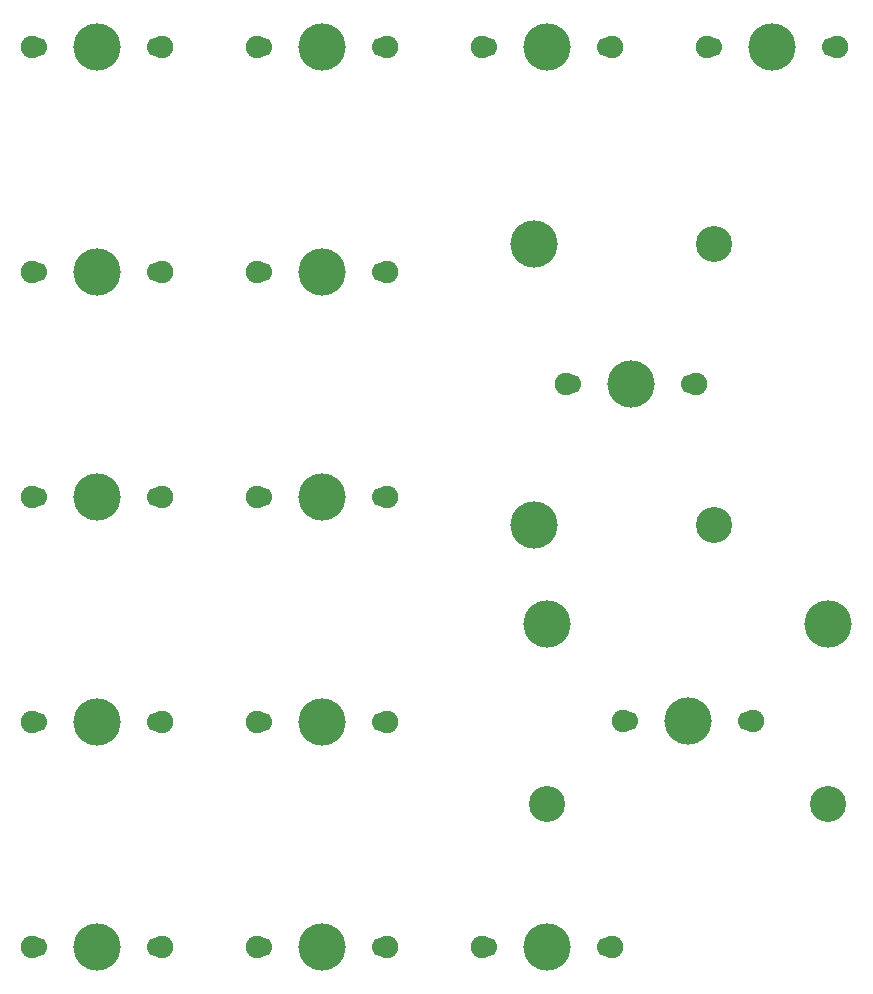
<source format=gts>
G04 #@! TF.GenerationSoftware,KiCad,Pcbnew,(5.1.9)-1*
G04 #@! TF.CreationDate,2021-04-17T22:20:15+09:00*
G04 #@! TF.ProjectId,______,f3e135fa-7f39-42e6-9b69-6361645f7063,rev?*
G04 #@! TF.SameCoordinates,Original*
G04 #@! TF.FileFunction,Soldermask,Top*
G04 #@! TF.FilePolarity,Negative*
%FSLAX46Y46*%
G04 Gerber Fmt 4.6, Leading zero omitted, Abs format (unit mm)*
G04 Created by KiCad (PCBNEW (5.1.9)-1) date 2021-04-17 22:20:15*
%MOMM*%
%LPD*%
G01*
G04 APERTURE LIST*
%ADD10C,1.700000*%
%ADD11C,1.900000*%
%ADD12C,4.000000*%
%ADD13C,3.050000*%
G04 APERTURE END LIST*
D10*
X23470000Y26550000D03*
X33630000Y26550000D03*
D11*
X34050000Y26550000D03*
X23050000Y26550000D03*
D12*
X28550000Y26550000D03*
D10*
X4420000Y26550000D03*
X14580000Y26550000D03*
D11*
X15000000Y26550000D03*
X4000000Y26550000D03*
D12*
X9500000Y26550000D03*
D10*
X4420000Y64650000D03*
X14580000Y64650000D03*
D11*
X15000000Y64650000D03*
X4000000Y64650000D03*
D12*
X9500000Y64650000D03*
D10*
X4420000Y83700000D03*
X14580000Y83700000D03*
D11*
X15000000Y83700000D03*
X4000000Y83700000D03*
D12*
X9500000Y83700000D03*
D10*
X23470000Y83700000D03*
X33630000Y83700000D03*
D11*
X34050000Y83700000D03*
X23050000Y83700000D03*
D12*
X28550000Y83700000D03*
X28550000Y64650000D03*
D11*
X23050000Y64650000D03*
X34050000Y64650000D03*
D10*
X33630000Y64650000D03*
X23470000Y64650000D03*
X23470000Y45600000D03*
X33630000Y45600000D03*
D11*
X34050000Y45600000D03*
X23050000Y45600000D03*
D12*
X28550000Y45600000D03*
D10*
X23470000Y7500000D03*
X33630000Y7500000D03*
D11*
X34050000Y7500000D03*
X23050000Y7500000D03*
D12*
X28550000Y7500000D03*
X9500000Y7500000D03*
D11*
X4000000Y7500000D03*
X15000000Y7500000D03*
D10*
X14580000Y7500000D03*
X4420000Y7500000D03*
D12*
X47600000Y83700000D03*
D11*
X42100000Y83700000D03*
X53100000Y83700000D03*
D10*
X52680000Y83700000D03*
X42520000Y83700000D03*
D12*
X66650000Y83700000D03*
D11*
X61150000Y83700000D03*
X72150000Y83700000D03*
D10*
X71730000Y83700000D03*
X61570000Y83700000D03*
X42520000Y7500000D03*
X52680000Y7500000D03*
D11*
X53100000Y7500000D03*
X42100000Y7500000D03*
D12*
X47600000Y7500000D03*
D11*
X49243750Y55125000D03*
D12*
X54743750Y55125000D03*
D11*
X60243750Y55125000D03*
D10*
X59823750Y55125000D03*
X49663750Y55125000D03*
D12*
X46503750Y43225000D03*
D13*
X61743750Y43225000D03*
X61743750Y67025000D03*
D12*
X46503750Y67025000D03*
D11*
X54031250Y26575000D03*
D12*
X59531250Y26575000D03*
D11*
X65031250Y26575000D03*
D10*
X64611250Y26575000D03*
X54451250Y26575000D03*
D12*
X47631250Y34815000D03*
D13*
X47631250Y19575000D03*
X71431250Y19575000D03*
D12*
X71431250Y34815000D03*
X9500000Y45600000D03*
D11*
X4000000Y45600000D03*
X15000000Y45600000D03*
D10*
X14580000Y45600000D03*
X4420000Y45600000D03*
M02*

</source>
